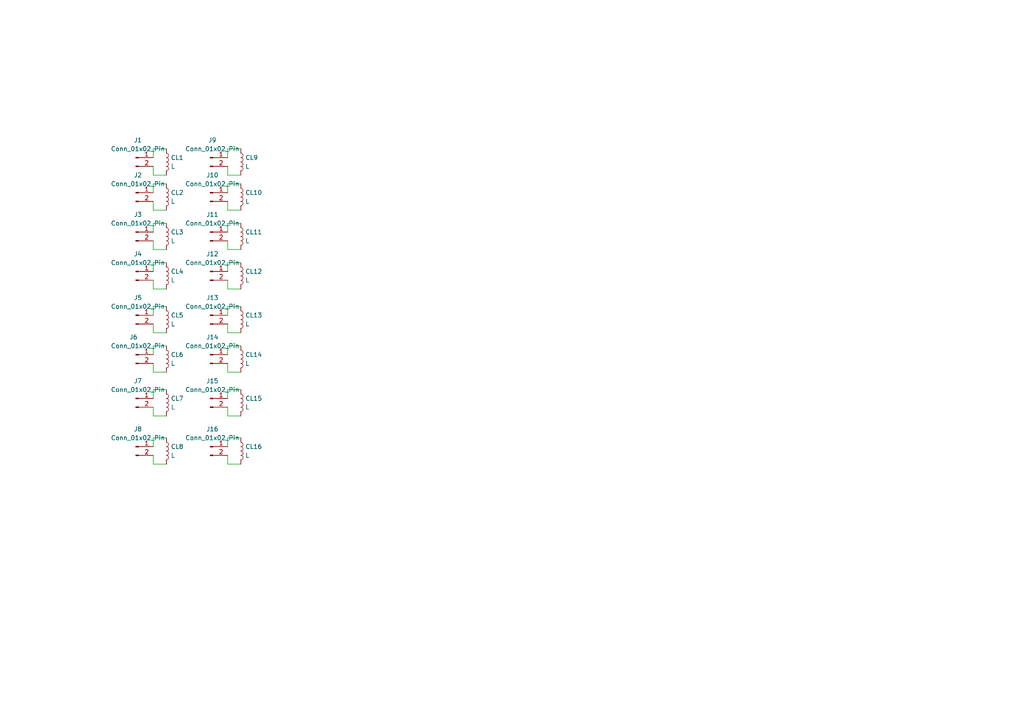
<source format=kicad_sch>
(kicad_sch (version 20231120) (generator "eeschema") (generator_version "8.0")
  (paper "A4")
  (lib_symbols
    (symbol "Connector:Conn_01x02_Pin" (pin_names (offset 1.016) hide)
      (property "Reference" "J" (at 0 2.54 0))
      (property "Value" "Conn_01x02_Pin" (at 0 -5.08 0))
      (symbol "Conn_01x02_Pin_1_1"
        (polyline (pts (xy 1.27 -2.54) (xy 0.8636 -2.54)) (stroke (width 0.1524)))
        (polyline (pts (xy 1.27 0) (xy 0.8636 0)) (stroke (width 0.1524)))
        (rectangle (start 0.8636 -2.413) (end 0 -2.667) (stroke (width 0.1524)) (fill (type outline)))
        (rectangle (start 0.8636 0.127) (end 0 -0.127) (stroke (width 0.1524)) (fill (type outline)))
        (pin passive line (at 5.08 0 180) (length 3.81) (name "Pin_1") (number "1"))
        (pin passive line (at 5.08 -2.54 180) (length 3.81) (name "Pin_2") (number "2"))
      )
    )
    (symbol "Device:L" (pin_numbers hide) (pin_names (offset 1.016) hide)
      (property "Reference" "L" (at -1.27 0 90))
      (property "Value" "L" (at 1.905 0 90))
      (symbol "L_0_1"
        (arc (start 0 -2.54) (mid 0.6323 -1.905) (end 0 -1.27))
        (arc (start 0 -1.27) (mid 0.6323 -0.635) (end 0 0))
        (arc (start 0 0) (mid 0.6323 0.635) (end 0 1.27))
        (arc (start 0 1.27) (mid 0.6323 1.905) (end 0 2.54))
      )
      (symbol "L_1_1"
        (pin passive line (at 0 3.81 270) (length 1.27) (name "1") (number "1"))
        (pin passive line (at 0 -3.81 90) (length 1.27) (name "2") (number "2"))
      )
    )
  )
  (wire (pts (xy 66.04 120.65) (xy 66.04 118.11)))
  (wire (pts (xy 48.26 113.03) (xy 44.45 113.03)))
  (wire (pts (xy 44.45 83.82) (xy 44.45 81.28)))
  (wire (pts (xy 69.85 83.82) (xy 66.04 83.82)))
  (wire (pts (xy 69.85 50.8) (xy 66.04 50.8)))
  (wire (pts (xy 69.85 76.2) (xy 66.04 76.2)))
  (wire (pts (xy 66.04 96.52) (xy 66.04 93.98)))
  (wire (pts (xy 44.45 96.52) (xy 44.45 93.98)))
  (wire (pts (xy 48.26 134.62) (xy 44.45 134.62)))
  (wire (pts (xy 44.45 43.18) (xy 44.45 45.72)))
  (wire (pts (xy 66.04 100.33) (xy 66.04 102.87)))
  (wire (pts (xy 44.45 134.62) (xy 44.45 132.08)))
  (wire (pts (xy 69.85 134.62) (xy 66.04 134.62)))
  (wire (pts (xy 69.85 53.34) (xy 66.04 53.34)))
  (wire (pts (xy 66.04 72.39) (xy 66.04 69.85)))
  (wire (pts (xy 44.45 127) (xy 44.45 129.54)))
  (wire (pts (xy 48.26 50.8) (xy 44.45 50.8)))
  (wire (pts (xy 48.26 107.95) (xy 44.45 107.95)))
  (wire (pts (xy 69.85 43.18) (xy 66.04 43.18)))
  (wire (pts (xy 44.45 88.9) (xy 44.45 91.44)))
  (wire (pts (xy 44.45 120.65) (xy 44.45 118.11)))
  (wire (pts (xy 69.85 127) (xy 66.04 127)))
  (wire (pts (xy 69.85 113.03) (xy 66.04 113.03)))
  (wire (pts (xy 66.04 50.8) (xy 66.04 48.26)))
  (wire (pts (xy 69.85 107.95) (xy 66.04 107.95)))
  (wire (pts (xy 48.26 76.2) (xy 44.45 76.2)))
  (wire (pts (xy 69.85 100.33) (xy 66.04 100.33)))
  (wire (pts (xy 48.26 96.52) (xy 44.45 96.52)))
  (wire (pts (xy 66.04 76.2) (xy 66.04 78.74)))
  (wire (pts (xy 66.04 107.95) (xy 66.04 105.41)))
  (wire (pts (xy 44.45 76.2) (xy 44.45 78.74)))
  (wire (pts (xy 48.26 83.82) (xy 44.45 83.82)))
  (wire (pts (xy 66.04 113.03) (xy 66.04 115.57)))
  (wire (pts (xy 48.26 64.77) (xy 44.45 64.77)))
  (wire (pts (xy 66.04 127) (xy 66.04 129.54)))
  (wire (pts (xy 44.45 72.39) (xy 44.45 69.85)))
  (wire (pts (xy 69.85 64.77) (xy 66.04 64.77)))
  (wire (pts (xy 66.04 83.82) (xy 66.04 81.28)))
  (wire (pts (xy 44.45 50.8) (xy 44.45 48.26)))
  (wire (pts (xy 44.45 107.95) (xy 44.45 105.41)))
  (wire (pts (xy 66.04 88.9) (xy 66.04 91.44)))
  (wire (pts (xy 69.85 72.39) (xy 66.04 72.39)))
  (wire (pts (xy 66.04 134.62) (xy 66.04 132.08)))
  (wire (pts (xy 44.45 53.34) (xy 44.45 55.88)))
  (wire (pts (xy 48.26 100.33) (xy 44.45 100.33)))
  (wire (pts (xy 48.26 60.96) (xy 44.45 60.96)))
  (wire (pts (xy 66.04 43.18) (xy 66.04 45.72)))
  (wire (pts (xy 69.85 88.9) (xy 66.04 88.9)))
  (wire (pts (xy 44.45 113.03) (xy 44.45 115.57)))
  (wire (pts (xy 66.04 53.34) (xy 66.04 55.88)))
  (wire (pts (xy 69.85 120.65) (xy 66.04 120.65)))
  (wire (pts (xy 48.26 127) (xy 44.45 127)))
  (wire (pts (xy 44.45 60.96) (xy 44.45 58.42)))
  (wire (pts (xy 44.45 100.33) (xy 44.45 102.87)))
  (wire (pts (xy 48.26 120.65) (xy 44.45 120.65)))
  (wire (pts (xy 69.85 96.52) (xy 66.04 96.52)))
  (wire (pts (xy 66.04 64.77) (xy 66.04 67.31)))
  (wire (pts (xy 48.26 53.34) (xy 44.45 53.34)))
  (wire (pts (xy 48.26 72.39) (xy 44.45 72.39)))
  (wire (pts (xy 69.85 60.96) (xy 66.04 60.96)))
  (wire (pts (xy 44.45 64.77) (xy 44.45 67.31)))
  (wire (pts (xy 48.26 43.18) (xy 44.45 43.18)))
  (wire (pts (xy 66.04 60.96) (xy 66.04 58.42)))
  (wire (pts (xy 48.26 88.9) (xy 44.45 88.9)))
  (symbol (lib_id "Connector:Conn_01x02_Pin") (at 39.37 55.88 0) (unit 1)
    (property "Reference" "J2" (at 40.005 50.8 0))
    (property "Value" "Conn_01x02_Pin" (at 40.005 53.34 0))
    (property "Footprint" "Connector_PinHeader_1.00mm:PinHeader_1x02_P1.00mm_Vertical" (effects (hide yes)))
    (property "Description" "Generic connector, single row, 01x02, script generated" (effects (hide yes)))
  )
  (symbol (lib_id "Device:L") (at 48.26 92.71 0) (unit 1)
    (property "Reference" "CL5" (at 49.53 91.4399 0) (effects (justify left)))
    (property "Value" "L" (at 49.53 93.9799 0) (effects (justify left)))
    (property "Footprint" "PCB Coils:SMALL_COIL" (effects (hide yes)))
    (property "Description" "Inductor" (effects (hide yes)))
  )
  (symbol (lib_id "Connector:Conn_01x02_Pin") (at 39.37 115.57 0) (unit 1)
    (property "Reference" "J7" (at 40.005 110.49 0))
    (property "Value" "Conn_01x02_Pin" (at 40.005 113.03 0))
    (property "Footprint" "Connector_PinHeader_1.00mm:PinHeader_1x02_P1.00mm_Vertical" (effects (hide yes)))
    (property "Description" "Generic connector, single row, 01x02, script generated" (effects (hide yes)))
  )
  (symbol (lib_id "Connector:Conn_01x02_Pin") (at 39.37 67.31 0) (unit 1)
    (property "Reference" "J3" (at 40.005 62.23 0))
    (property "Value" "Conn_01x02_Pin" (at 40.005 64.77 0))
    (property "Footprint" "Connector_PinHeader_1.00mm:PinHeader_1x02_P1.00mm_Vertical" (effects (hide yes)))
    (property "Description" "Generic connector, single row, 01x02, script generated" (effects (hide yes)))
  )
  (symbol (lib_id "Connector:Conn_01x02_Pin") (at 60.96 67.31 0) (unit 1)
    (property "Reference" "J11" (at 61.595 62.23 0))
    (property "Value" "Conn_01x02_Pin" (at 61.595 64.77 0))
    (property "Footprint" "Connector_PinHeader_1.00mm:PinHeader_1x02_P1.00mm_Vertical" (effects (hide yes)))
    (property "Description" "Generic connector, single row, 01x02, script generated" (effects (hide yes)))
  )
  (symbol (lib_id "Connector:Conn_01x02_Pin") (at 39.37 129.54 0) (unit 1)
    (property "Reference" "J8" (at 40.005 124.46 0))
    (property "Value" "Conn_01x02_Pin" (at 40.005 127 0))
    (property "Footprint" "Connector_PinHeader_1.00mm:PinHeader_1x02_P1.00mm_Vertical" (effects (hide yes)))
    (property "Description" "Generic connector, single row, 01x02, script generated" (effects (hide yes)))
  )
  (symbol (lib_id "Connector:Conn_01x02_Pin") (at 60.96 102.87 0) (unit 1)
    (property "Reference" "J14" (at 61.595 97.79 0))
    (property "Value" "Conn_01x02_Pin" (at 61.595 100.33 0))
    (property "Footprint" "Connector_PinHeader_1.00mm:PinHeader_1x02_P1.00mm_Vertical" (effects (hide yes)))
    (property "Description" "Generic connector, single row, 01x02, script generated" (effects (hide yes)))
  )
  (symbol (lib_id "Connector:Conn_01x02_Pin") (at 60.96 115.57 0) (unit 1)
    (property "Reference" "J15" (at 61.595 110.49 0))
    (property "Value" "Conn_01x02_Pin" (at 61.595 113.03 0))
    (property "Footprint" "Connector_PinHeader_1.00mm:PinHeader_1x02_P1.00mm_Vertical" (effects (hide yes)))
    (property "Description" "Generic connector, single row, 01x02, script generated" (effects (hide yes)))
  )
  (symbol (lib_id "Connector:Conn_01x02_Pin") (at 60.96 129.54 0) (unit 1)
    (property "Reference" "J16" (at 61.595 124.46 0))
    (property "Value" "Conn_01x02_Pin" (at 61.595 127 0))
    (property "Footprint" "Connector_PinHeader_1.00mm:PinHeader_1x02_P1.00mm_Vertical" (effects (hide yes)))
    (property "Description" "Generic connector, single row, 01x02, script generated" (effects (hide yes)))
  )
  (symbol (lib_id "Device:L") (at 69.85 104.14 0) (unit 1)
    (property "Reference" "CL14" (at 71.12 102.8699 0) (effects (justify left)))
    (property "Value" "L" (at 71.12 105.4099 0) (effects (justify left)))
    (property "Footprint" "PCB Coils:SMALL_COIL" (effects (hide yes)))
    (property "Description" "Inductor" (effects (hide yes)))
  )
  (symbol (lib_id "Connector:Conn_01x02_Pin") (at 60.96 55.88 0) (unit 1)
    (property "Reference" "J10" (at 61.595 50.8 0))
    (property "Value" "Conn_01x02_Pin" (at 61.595 53.34 0))
    (property "Footprint" "Connector_PinHeader_1.00mm:PinHeader_1x02_P1.00mm_Vertical" (effects (hide yes)))
    (property "Description" "Generic connector, single row, 01x02, script generated" (effects (hide yes)))
  )
  (symbol (lib_id "Connector:Conn_01x02_Pin") (at 39.37 102.87 0) (unit 1)
    (property "Reference" "J6" (at 38.735 97.79 0))
    (property "Value" "Conn_01x02_Pin" (at 40.005 100.33 0))
    (property "Footprint" "Connector_PinHeader_1.00mm:PinHeader_1x02_P1.00mm_Vertical" (effects (hide yes)))
    (property "Description" "Generic connector, single row, 01x02, script generated" (effects (hide yes)))
  )
  (symbol (lib_id "Device:L") (at 69.85 116.84 0) (unit 1)
    (property "Reference" "CL15" (at 71.12 115.5699 0) (effects (justify left)))
    (property "Value" "L" (at 71.12 118.1099 0) (effects (justify left)))
    (property "Footprint" "PCB Coils:SMALL_COIL" (effects (hide yes)))
    (property "Description" "Inductor" (effects (hide yes)))
  )
  (symbol (lib_id "Device:L") (at 48.26 116.84 0) (unit 1)
    (property "Reference" "CL7" (at 49.53 115.5699 0) (effects (justify left)))
    (property "Value" "L" (at 49.53 118.1099 0) (effects (justify left)))
    (property "Footprint" "PCB Coils:SMALL_COIL" (effects (hide yes)))
    (property "Description" "Inductor" (effects (hide yes)))
  )
  (symbol (lib_id "Device:L") (at 48.26 57.15 0) (unit 1)
    (property "Reference" "CL2" (at 49.53 55.8799 0) (effects (justify left)))
    (property "Value" "L" (at 49.53 58.4199 0) (effects (justify left)))
    (property "Footprint" "PCB Coils:SMALL_COIL" (effects (hide yes)))
    (property "Description" "Inductor" (effects (hide yes)))
  )
  (symbol (lib_id "Device:L") (at 69.85 80.01 0) (unit 1)
    (property "Reference" "CL12" (at 71.12 78.7399 0) (effects (justify left)))
    (property "Value" "L" (at 71.12 81.2799 0) (effects (justify left)))
    (property "Footprint" "PCB Coils:SMALL_COIL" (effects (hide yes)))
    (property "Description" "Inductor" (effects (hide yes)))
  )
  (symbol (lib_id "Device:L") (at 69.85 92.71 0) (unit 1)
    (property "Reference" "CL13" (at 71.12 91.4399 0) (effects (justify left)))
    (property "Value" "L" (at 71.12 93.9799 0) (effects (justify left)))
    (property "Footprint" "PCB Coils:SMALL_COIL" (effects (hide yes)))
    (property "Description" "Inductor" (effects (hide yes)))
  )
  (symbol (lib_id "Device:L") (at 48.26 46.99 0) (unit 1)
    (property "Reference" "CL1" (at 49.53 45.7199 0) (effects (justify left)))
    (property "Value" "L" (at 49.53 48.2599 0) (effects (justify left)))
    (property "Footprint" "PCB Coils:SMALL_COIL" (effects (hide yes)))
    (property "Description" "Inductor" (effects (hide yes)))
  )
  (symbol (lib_id "Connector:Conn_01x02_Pin") (at 60.96 78.74 0) (unit 1)
    (property "Reference" "J12" (at 61.595 73.66 0))
    (property "Value" "Conn_01x02_Pin" (at 61.595 76.2 0))
    (property "Footprint" "Connector_PinHeader_1.00mm:PinHeader_1x02_P1.00mm_Vertical" (effects (hide yes)))
    (property "Description" "Generic connector, single row, 01x02, script generated" (effects (hide yes)))
  )
  (symbol (lib_id "Device:L") (at 48.26 68.58 0) (unit 1)
    (property "Reference" "CL3" (at 49.53 67.3099 0) (effects (justify left)))
    (property "Value" "L" (at 49.53 69.8499 0) (effects (justify left)))
    (property "Footprint" "PCB Coils:SMALL_COIL" (effects (hide yes)))
    (property "Description" "Inductor" (effects (hide yes)))
  )
  (symbol (lib_id "Connector:Conn_01x02_Pin") (at 39.37 45.72 0) (unit 1)
    (property "Reference" "J1" (at 40.005 40.64 0))
    (property "Value" "Conn_01x02_Pin" (at 40.005 43.18 0))
    (property "Footprint" "Connector_PinHeader_1.00mm:PinHeader_1x02_P1.00mm_Vertical" (effects (hide yes)))
    (property "Description" "Generic connector, single row, 01x02, script generated" (effects (hide yes)))
  )
  (symbol (lib_id "Device:L") (at 69.85 46.99 0) (unit 1)
    (property "Reference" "CL9" (at 71.12 45.7199 0) (effects (justify left)))
    (property "Value" "L" (at 71.12 48.2599 0) (effects (justify left)))
    (property "Footprint" "PCB Coils:SMALL_COIL" (effects (hide yes)))
    (property "Description" "Inductor" (effects (hide yes)))
  )
  (symbol (lib_id "Connector:Conn_01x02_Pin") (at 60.96 45.72 0) (unit 1)
    (property "Reference" "J9" (at 61.595 40.64 0))
    (property "Value" "Conn_01x02_Pin" (at 61.595 43.18 0))
    (property "Footprint" "Connector_PinHeader_1.00mm:PinHeader_1x02_P1.00mm_Vertical" (effects (hide yes)))
    (property "Description" "Generic connector, single row, 01x02, script generated" (effects (hide yes)))
  )
  (symbol (lib_id "Connector:Conn_01x02_Pin") (at 39.37 78.74 0) (unit 1)
    (property "Reference" "J4" (at 40.005 73.66 0))
    (property "Value" "Conn_01x02_Pin" (at 40.005 76.2 0))
    (property "Footprint" "Connector_PinHeader_1.00mm:PinHeader_1x02_P1.00mm_Vertical" (effects (hide yes)))
    (property "Description" "Generic connector, single row, 01x02, script generated" (effects (hide yes)))
  )
  (symbol (lib_id "Device:L") (at 48.26 130.81 0) (unit 1)
    (property "Reference" "CL8" (at 49.53 129.5399 0) (effects (justify left)))
    (property "Value" "L" (at 49.53 132.0799 0) (effects (justify left)))
    (property "Footprint" "PCB Coils:SMALL_COIL" (effects (hide yes)))
    (property "Description" "Inductor" (effects (hide yes)))
  )
  (symbol (lib_id "Connector:Conn_01x02_Pin") (at 39.37 91.44 0) (unit 1)
    (property "Reference" "J5" (at 40.005 86.36 0))
    (property "Value" "Conn_01x02_Pin" (at 40.005 88.9 0))
    (property "Footprint" "Connector_PinHeader_1.00mm:PinHeader_1x02_P1.00mm_Vertical" (effects (hide yes)))
    (property "Description" "Generic connector, single row, 01x02, script generated" (effects (hide yes)))
  )
  (symbol (lib_id "Device:L") (at 48.26 80.01 0) (unit 1)
    (property "Reference" "CL4" (at 49.53 78.7399 0) (effects (justify left)))
    (property "Value" "L" (at 49.53 81.2799 0) (effects (justify left)))
    (property "Footprint" "PCB Coils:SMALL_COIL" (effects (hide yes)))
    (property "Description" "Inductor" (effects (hide yes)))
  )
  (symbol (lib_id "Device:L") (at 69.85 57.15 0) (unit 1)
    (property "Reference" "CL10" (at 71.12 55.8799 0) (effects (justify left)))
    (property "Value" "L" (at 71.12 58.4199 0) (effects (justify left)))
    (property "Footprint" "PCB Coils:SMALL_COIL" (effects (hide yes)))
    (property "Description" "Inductor" (effects (hide yes)))
  )
  (symbol (lib_id "Device:L") (at 69.85 68.58 0) (unit 1)
    (property "Reference" "CL11" (at 71.12 67.3099 0) (effects (justify left)))
    (property "Value" "L" (at 71.12 69.8499 0) (effects (justify left)))
    (property "Footprint" "PCB Coils:SMALL_COIL" (effects (hide yes)))
    (property "Description" "Inductor" (effects (hide yes)))
  )
  (symbol (lib_id "Device:L") (at 48.26 104.14 0) (unit 1)
    (property "Reference" "CL6" (at 49.53 102.8699 0) (effects (justify left)))
    (property "Value" "L" (at 49.53 105.4099 0) (effects (justify left)))
    (property "Footprint" "PCB Coils:SMALL_COIL" (effects (hide yes)))
    (property "Description" "Inductor" (effects (hide yes)))
  )
  (symbol (lib_id "Device:L") (at 69.85 130.81 0) (unit 1)
    (property "Reference" "CL16" (at 71.12 129.5399 0) (effects (justify left)))
    (property "Value" "L" (at 71.12 132.0799 0) (effects (justify left)))
    (property "Footprint" "PCB Coils:SMALL_COIL" (effects (hide yes)))
    (property "Description" "Inductor" (effects (hide yes)))
  )
  (symbol (lib_id "Connector:Conn_01x02_Pin") (at 60.96 91.44 0) (unit 1)
    (property "Reference" "J13" (at 61.595 86.36 0))
    (property "Value" "Conn_01x02_Pin" (at 61.595 88.9 0))
    (property "Footprint" "Connector_PinHeader_1.00mm:PinHeader_1x02_P1.00mm_Vertical" (effects (hide yes)))
    (property "Description" "Generic connector, single row, 01x02, script generated" (effects (hide yes)))
  )
)
</source>
